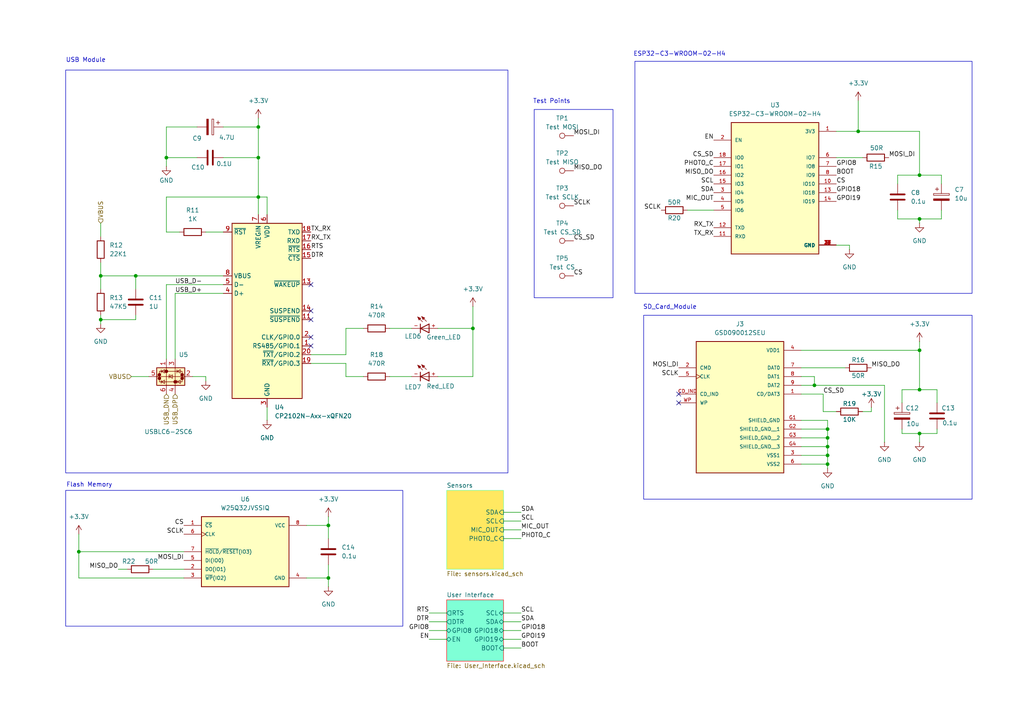
<source format=kicad_sch>
(kicad_sch (version 20231120) (generator "eeschema") (generator_version "8.0")
  (paper "A4")
  (title_block (title "ESP32-C3, USB and Flash Memory"))
  (lib_symbols
    (symbol "Connector:TestPoint" (pin_numbers hide) (pin_names (offset 0.762) hide)
      (property "Reference" "TP" (at 0 6.858 0))
      (property "Value" "TestPoint" (at 0 5.08 0))
      (symbol "TestPoint_0_1"
        (circle (center 0 3.302) (radius 0.762))
      )
      (symbol "TestPoint_1_1"
        (pin passive line (at 0 0 90) (length 2.54) (name "1") (number "1"))
      )
    )
    (symbol "Device:C" (pin_numbers hide) (pin_names (offset 0.254))
      (property "Reference" "C" (at 0.635 2.54 0))
      (property "Value" "C" (at 0.635 -2.54 0))
      (symbol "C_0_1"
        (polyline (pts (xy -2.032 -0.762) (xy 2.032 -0.762)) (stroke (width 0.508)))
        (polyline (pts (xy -2.032 0.762) (xy 2.032 0.762)) (stroke (width 0.508)))
      )
      (symbol "C_1_1"
        (pin passive line (at 0 3.81 270) (length 2.794) (name "~") (number "1"))
        (pin passive line (at 0 -3.81 90) (length 2.794) (name "~") (number "2"))
      )
    )
    (symbol "Device:C_Polarized" (pin_numbers hide) (pin_names (offset 0.254))
      (property "Reference" "C" (at 0.635 2.54 0))
      (property "Value" "C_Polarized" (at 0.635 -2.54 0))
      (symbol "C_Polarized_0_1"
        (rectangle (start -2.286 0.508) (end 2.286 1.016))
        (polyline (pts (xy -1.778 2.286) (xy -0.762 2.286)))
        (polyline (pts (xy -1.27 2.794) (xy -1.27 1.778)))
        (rectangle (start 2.286 -0.508) (end -2.286 -1.016) (fill (type outline)))
      )
      (symbol "C_Polarized_1_1"
        (pin passive line (at 0 3.81 270) (length 2.794) (name "~") (number "1"))
        (pin passive line (at 0 -3.81 90) (length 2.794) (name "~") (number "2"))
      )
    )
    (symbol "Device:R" (pin_numbers hide) (pin_names (offset 0))
      (property "Reference" "R" (at 2.032 0 90))
      (property "Value" "R" (at 0 0 90))
      (symbol "R_0_1"
        (rectangle (start -1.016 -2.54) (end 1.016 2.54) (stroke (width 0.254)))
      )
      (symbol "R_1_1"
        (pin passive line (at 0 3.81 270) (length 1.27) (name "~") (number "1"))
        (pin passive line (at 0 -3.81 90) (length 1.27) (name "~") (number "2"))
      )
    )
    (symbol "ESP32-C3-WROOM-02-H4:ESP32-C3-WROOM-02-H4" (pin_names (offset 1.016))
      (property "Reference" "U" (at -12.7 21.082 0))
      (property "Value" "ESP32-C3-WROOM-02-H4" (at -12.7 -18.542 0))
      (symbol "ESP32-C3-WROOM-02-H4_0_0"
        (rectangle (start -12.7 -17.78) (end 12.7 20.32) (stroke (width 0.254)) (fill (type background)))
        (pin power_in line (at 17.78 17.78 180) (length 5.08) (name "3V3") (number "1"))
        (pin bidirectional line (at 17.78 2.54 180) (length 5.08) (name "IO10") (number "10"))
        (pin bidirectional line (at -17.78 -12.7 0) (length 5.08) (name "RXD") (number "11"))
        (pin bidirectional line (at -17.78 -10.16 0) (length 5.08) (name "TXD") (number "12"))
        (pin bidirectional line (at 17.78 0 180) (length 5.08) (name "IO18") (number "13"))
        (pin bidirectional line (at 17.78 -2.54 180) (length 5.08) (name "IO19") (number "14"))
        (pin bidirectional line (at -17.78 2.54 0) (length 5.08) (name "IO3") (number "15"))
        (pin bidirectional line (at -17.78 5.08 0) (length 5.08) (name "IO2") (number "16"))
        (pin bidirectional line (at -17.78 7.62 0) (length 5.08) (name "IO1") (number "17"))
        (pin bidirectional line (at -17.78 10.16 0) (length 5.08) (name "IO0") (number "18"))
        (pin power_in line (at 17.78 -15.24 180) (length 5.08) (name "GND") (number "19"))
        (pin input line (at -17.78 15.24 0) (length 5.08) (name "EN") (number "2"))
        (pin power_in line (at 17.78 -15.24 180) (length 5.08) (name "GND") (number "20"))
        (pin power_in line (at 17.78 -15.24 180) (length 5.08) (name "GND") (number "21"))
        (pin power_in line (at 17.78 -15.24 180) (length 5.08) (name "GND") (number "22"))
        (pin power_in line (at 17.78 -15.24 180) (length 5.08) (name "GND") (number "23"))
        (pin power_in line (at 17.78 -15.24 180) (length 5.08) (name "GND") (number "24"))
        (pin power_in line (at 17.78 -15.24 180) (length 5.08) (name "GND") (number "25"))
        (pin power_in line (at 17.78 -15.24 180) (length 5.08) (name "GND") (number "26"))
        (pin power_in line (at 17.78 -15.24 180) (length 5.08) (name "GND") (number "27"))
        (pin power_in line (at 17.78 -15.24 180) (length 5.08) (name "GND") (number "28"))
        (pin power_in line (at 17.78 -15.24 180) (length 5.08) (name "GND") (number "29"))
        (pin bidirectional line (at -17.78 0 0) (length 5.08) (name "IO4") (number "3"))
        (pin power_in line (at 17.78 -15.24 180) (length 5.08) (name "GND") (number "30"))
        (pin power_in line (at 17.78 -15.24 180) (length 5.08) (name "GND") (number "31"))
        (pin power_in line (at 17.78 -15.24 180) (length 5.08) (name "GND") (number "32"))
        (pin power_in line (at 17.78 -15.24 180) (length 5.08) (name "GND") (number "33"))
        (pin power_in line (at 17.78 -15.24 180) (length 5.08) (name "GND") (number "34"))
        (pin power_in line (at 17.78 -15.24 180) (length 5.08) (name "GND") (number "35"))
        (pin power_in line (at 17.78 -15.24 180) (length 5.08) (name "GND") (number "36"))
        (pin power_in line (at 17.78 -15.24 180) (length 5.08) (name "GND") (number "37"))
        (pin power_in line (at 17.78 -15.24 180) (length 5.08) (name "GND") (number "38"))
        (pin power_in line (at 17.78 -15.24 180) (length 5.08) (name "GND") (number "39"))
        (pin bidirectional line (at -17.78 -2.54 0) (length 5.08) (name "IO5") (number "4"))
        (pin bidirectional line (at -17.78 -5.08 0) (length 5.08) (name "IO6") (number "5"))
        (pin bidirectional line (at 17.78 10.16 180) (length 5.08) (name "IO7") (number "6"))
        (pin bidirectional line (at 17.78 7.62 180) (length 5.08) (name "IO8") (number "7"))
        (pin bidirectional line (at 17.78 5.08 180) (length 5.08) (name "IO9") (number "8"))
        (pin power_in line (at 17.78 -15.24 180) (length 5.08) (name "GND") (number "9"))
      )
    )
    (symbol "GSD090012SEU:GSD090012SEU" (pin_names (offset 1.016))
      (property "Reference" "J" (at -12.7 16.002 0))
      (property "Value" "GSD090012SEU" (at -12.7 -25.4 0))
      (symbol "GSD090012SEU_0_0"
        (rectangle (start -12.7 -22.86) (end 12.7 15.24) (stroke (width 0.254)) (fill (type background)))
        (pin bidirectional line (at 17.78 0 180) (length 5.08) (name "CD/DAT3") (number "1"))
        (pin bidirectional line (at -17.78 7.62 0) (length 5.08) (name "CMD") (number "2"))
        (pin power_in line (at 17.78 -17.78 180) (length 5.08) (name "VSS1") (number "3"))
        (pin power_in line (at 17.78 12.7 180) (length 5.08) (name "VDD1") (number "4"))
        (pin bidirectional clock (at -17.78 5.08 0) (length 5.08) (name "CLK") (number "5"))
        (pin power_in line (at 17.78 -20.32 180) (length 5.08) (name "VSS2") (number "6"))
        (pin bidirectional line (at 17.78 7.62 180) (length 5.08) (name "DAT0") (number "7"))
        (pin bidirectional line (at 17.78 5.08 180) (length 5.08) (name "DAT1") (number "8"))
        (pin bidirectional line (at 17.78 2.54 180) (length 5.08) (name "DAT2") (number "9"))
        (pin passive line (at -17.78 0 0) (length 5.08) (name "CD_IND") (number "CD_IND"))
        (pin power_in line (at 17.78 -7.62 180) (length 5.08) (name "SHIELD_GND") (number "G1"))
        (pin power_in line (at 17.78 -10.16 180) (length 5.08) (name "SHIELD_GND__1") (number "G2"))
        (pin power_in line (at 17.78 -12.7 180) (length 5.08) (name "SHIELD_GND__2") (number "G3"))
        (pin power_in line (at 17.78 -15.24 180) (length 5.08) (name "SHIELD_GND__3") (number "G4"))
        (pin passive line (at -17.78 -2.54 0) (length 5.08) (name "WP") (number "WP"))
      )
    )
    (symbol "Interface_USB:CP2102N-Axx-xQFN20"
      (property "Reference" "U" (at -8.89 26.67 0))
      (property "Value" "CP2102N-Axx-xQFN20" (at 12.7 26.67 0))
      (symbol "CP2102N-Axx-xQFN20_0_1"
        (rectangle (start -10.16 25.4) (end 10.16 -25.4) (stroke (width 0.254)) (fill (type background)))
      )
      (symbol "CP2102N-Axx-xQFN20_1_1"
        (pin bidirectional line (at 12.7 -10.16 180) (length 2.54) (name "RS485/GPIO.1") (number "1"))
        (pin no_connect line (at -10.16 -22.86 0) (length 2.54) hide (name "NC") (number "10"))
        (pin output line (at 12.7 -2.54 180) (length 2.54) (name "~{SUSPEND}") (number "11"))
        (pin passive line (at 0 -27.94 90) (length 2.54) hide (name "GND") (number "12"))
        (pin input line (at 12.7 7.62 180) (length 2.54) (name "~{WAKEUP}") (number "13"))
        (pin output line (at 12.7 0 180) (length 2.54) (name "SUSPEND") (number "14"))
        (pin input line (at 12.7 15.24 180) (length 2.54) (name "~{CTS}") (number "15"))
        (pin output line (at 12.7 17.78 180) (length 2.54) (name "~{RTS}") (number "16"))
        (pin input line (at 12.7 20.32 180) (length 2.54) (name "RXD") (number "17"))
        (pin output line (at 12.7 22.86 180) (length 2.54) (name "TXD") (number "18"))
        (pin bidirectional line (at 12.7 -15.24 180) (length 2.54) (name "~{RXT}/GPIO.3") (number "19"))
        (pin bidirectional line (at 12.7 -7.62 180) (length 2.54) (name "CLK/GPIO.0") (number "2"))
        (pin bidirectional line (at 12.7 -12.7 180) (length 2.54) (name "~{TXT}/GPIO.2") (number "20"))
        (pin passive line (at 0 -27.94 90) (length 2.54) hide (name "GND") (number "21"))
        (pin power_in line (at 0 -27.94 90) (length 2.54) (name "GND") (number "3"))
        (pin bidirectional line (at -12.7 5.08 0) (length 2.54) (name "D+") (number "4"))
        (pin bidirectional line (at -12.7 7.62 0) (length 2.54) (name "D-") (number "5"))
        (pin power_in line (at 0 27.94 270) (length 2.54) (name "VDD") (number "6"))
        (pin power_in line (at -2.54 27.94 270) (length 2.54) (name "VREGIN") (number "7"))
        (pin input line (at -12.7 10.16 0) (length 2.54) (name "VBUS") (number "8"))
        (pin input line (at -12.7 22.86 0) (length 2.54) (name "~{RST}") (number "9"))
      )
    )
    (symbol "LTST-C170KRKT:LTST-C170KRKT" (pin_names (offset 1.016))
      (property "Reference" "D" (at -2.0343 4.0686 0))
      (property "Value" "LTST-C170KRKT" (at -2.0325 -5.7164 0))
      (symbol "LTST-C170KRKT_0_0"
        (polyline (pts (xy 0 -1.27) (xy 0 0)) (stroke (width 0.254)))
        (polyline (pts (xy 0 0) (xy 0 1.27)) (stroke (width 0.254)))
        (polyline (pts (xy 0 0) (xy 2.54 1.27)) (stroke (width 0.254)))
        (polyline (pts (xy 0.635 1.905) (xy -0.762 3.302)) (stroke (width 0.1524)))
        (polyline (pts (xy 1.778 2.032) (xy 0.381 3.429)) (stroke (width 0.1524)))
        (polyline (pts (xy 2.54 -1.27) (xy 0 0)) (stroke (width 0.254)))
        (polyline (pts (xy 2.54 -1.27) (xy 2.54 0)) (stroke (width 0.254)))
        (polyline (pts (xy 2.54 0) (xy 0 0)) (stroke (width 0.1524)))
        (polyline (pts (xy 2.54 0) (xy 2.54 1.27)) (stroke (width 0.254)))
        (polyline (pts (xy -0.762 3.302) (xy 0.127 2.921) (xy -0.381 2.413) (xy -0.762 3.302)) (stroke (width 0.1524)) (fill (type outline)))
        (polyline (pts (xy 0.381 3.429) (xy 1.27 3.048) (xy 0.762 2.54) (xy 0.381 3.429)) (stroke (width 0.1524)) (fill (type outline)))
        (pin passive line (at 5.08 0 180) (length 2.54) (name "~") (number "+"))
        (pin passive line (at -2.54 0 0) (length 2.54) (name "~") (number "-"))
      )
    )
    (symbol "Power_Protection:USBLC6-2SC6" (pin_names hide)
      (property "Reference" "U" (at 0.635 5.715 0))
      (property "Value" "USBLC6-2SC6" (at 0.635 3.81 0))
      (symbol "USBLC6-2SC6_0_0"
        (circle (center -1.524 0) (radius 0.0001) (stroke (width 0.508)))
        (circle (center -0.508 -4.572) (radius 0.0001) (stroke (width 0.508)))
        (circle (center -0.508 2.032) (radius 0.0001) (stroke (width 0.508)))
        (circle (center 0.508 -4.572) (radius 0.0001) (stroke (width 0.508)))
        (circle (center 0.508 2.032) (radius 0.0001) (stroke (width 0.508)))
        (circle (center 1.524 -2.54) (radius 0.0001) (stroke (width 0.508)))
      )
      (symbol "USBLC6-2SC6_0_1"
        (polyline (pts (xy -2.54 -2.54) (xy 2.54 -2.54)))
        (polyline (pts (xy -2.54 0) (xy 2.54 0)))
        (polyline (pts (xy -2.032 -3.048) (xy -1.016 -3.048)))
        (polyline (pts (xy -1.016 1.524) (xy -2.032 1.524)))
        (polyline (pts (xy 1.016 -3.048) (xy 2.032 -3.048)))
        (polyline (pts (xy 1.016 1.524) (xy 2.032 1.524)))
        (polyline (pts (xy -0.508 -1.143) (xy -0.508 -0.762) (xy 0.508 -0.762)))
        (polyline (pts (xy -2.032 0.508) (xy -1.016 0.508) (xy -1.524 1.524) (xy -2.032 0.508)))
        (polyline (pts (xy -1.016 -4.064) (xy -2.032 -4.064) (xy -1.524 -3.048) (xy -1.016 -4.064)))
        (polyline (pts (xy 0.508 -1.778) (xy -0.508 -1.778) (xy 0 -0.762) (xy 0.508 -1.778)))
        (polyline (pts (xy 2.032 -4.064) (xy 1.016 -4.064) (xy 1.524 -3.048) (xy 2.032 -4.064)))
        (polyline (pts (xy 2.032 0.508) (xy 1.016 0.508) (xy 1.524 1.524) (xy 2.032 0.508)))
        (polyline (pts (xy 0 2.54) (xy -0.508 2.032) (xy 0.508 2.032) (xy 0 1.524) (xy 0 -4.064) (xy -0.508 -4.572) (xy 0.508 -4.572) (xy 0 -5.08)))
      )
      (symbol "USBLC6-2SC6_1_1"
        (rectangle (start -2.54 2.794) (end 2.54 -5.334) (stroke (width 0.254)) (fill (type background)))
        (polyline (pts (xy -0.508 2.032) (xy -1.524 2.032) (xy -1.524 -4.572) (xy -0.508 -4.572)))
        (polyline (pts (xy 0.508 -4.572) (xy 1.524 -4.572) (xy 1.524 2.032) (xy 0.508 2.032)))
        (pin passive line (at -5.08 0 0) (length 2.54) (name "I/O1") (number "1"))
        (pin passive line (at 0 -7.62 90) (length 2.54) (name "GND") (number "2"))
        (pin passive line (at -5.08 -2.54 0) (length 2.54) (name "I/O2") (number "3"))
        (pin passive line (at 5.08 -2.54 180) (length 2.54) (name "I/O2") (number "4"))
        (pin passive line (at 0 5.08 270) (length 2.54) (name "VBUS") (number "5"))
        (pin passive line (at 5.08 0 180) (length 2.54) (name "I/O1") (number "6"))
      )
    )
    (symbol "W25Q32JVSSIQ:W25Q32JVSSIQ" (pin_names (offset 1.016))
      (property "Reference" "U" (at -12.4723 10.945 0))
      (property "Value" "W25Q32JVSSIQ" (at -12.4744 -12.2198 0))
      (symbol "W25Q32JVSSIQ_0_0"
        (rectangle (start -12.7 -10.16) (end 12.7 10.16) (stroke (width 0.254)) (fill (type background)))
        (pin input line (at -17.78 7.62 0) (length 5.08) (name "~{CS}") (number "1"))
        (pin bidirectional line (at -17.78 -5.08 0) (length 5.08) (name "DO(IO1)") (number "2"))
        (pin bidirectional line (at -17.78 -7.62 0) (length 5.08) (name "~{WP}(IO2)") (number "3"))
        (pin power_in line (at 17.78 -7.62 180) (length 5.08) (name "GND") (number "4"))
        (pin bidirectional line (at -17.78 -2.54 0) (length 5.08) (name "DI(IO0)") (number "5"))
        (pin input clock (at -17.78 5.08 0) (length 5.08) (name "CLK") (number "6"))
        (pin bidirectional line (at -17.78 0 0) (length 5.08) (name "~{HOLD}/~{RESET}(IO3)") (number "7"))
        (pin power_in line (at 17.78 7.62 180) (length 5.08) (name "VCC") (number "8"))
      )
    )
    (symbol "power:+3.3V" (power) (pin_numbers hide) (pin_names (offset 0) hide)
      (property "Value" "+3.3V" (at 0 3.556 0))
      (symbol "+3.3V_0_1"
        (polyline (pts (xy -0.762 1.27) (xy 0 2.54)))
        (polyline (pts (xy 0 0) (xy 0 2.54)))
        (polyline (pts (xy 0 2.54) (xy 0.762 1.27)))
      )
      (symbol "+3.3V_1_1"
        (pin power_in line (at 0 0 90) (length 0) (name "~") (number "1"))
      )
    )
    (symbol "power:GND" (power) (pin_numbers hide) (pin_names (offset 0) hide)
      (property "Value" "GND" (at 0 -3.81 0))
      (symbol "GND_0_1"
        (polyline (pts (xy 0 0) (xy 0 -1.27) (xy 1.27 -1.27) (xy 0 -2.54) (xy -1.27 -1.27) (xy 0 -1.27)))
      )
      (symbol "GND_1_1"
        (pin power_in line (at 0 0 270) (length 0) (name "~") (number "1"))
      )
    )
  )
  (junction (at 74.93 45.72))
  (junction (at 74.93 36.83))
  (junction (at 137.16 95.25))
  (junction (at 266.7 125.73))
  (junction (at 95.25 152.4))
  (junction (at 240.03 134.62))
  (junction (at 240.03 129.54))
  (junction (at 266.7 63.5))
  (junction (at 95.25 167.64))
  (junction (at 29.21 92.71))
  (junction (at 29.21 80.01))
  (junction (at 240.03 124.46))
  (junction (at 248.92 38.1))
  (junction (at 48.26 45.72))
  (junction (at 266.7 101.6))
  (junction (at 266.7 113.03))
  (junction (at 22.86 160.02))
  (junction (at 266.7 50.8))
  (junction (at 236.22 111.76))
  (junction (at 74.93 57.15))
  (junction (at 240.03 132.08))
  (junction (at 39.37 80.01))
  (junction (at 240.03 127))
  (no_connect (at 90.17 92.71))
  (no_connect (at 90.17 90.17))
  (no_connect (at 196.85 116.84))
  (no_connect (at 90.17 82.55))
  (no_connect (at 196.85 114.3))
  (no_connect (at 90.17 97.79))
  (no_connect (at 90.17 100.33))
  (wire (pts (xy 39.37 80.01) (xy 39.37 83.82)))
  (wire (pts (xy 236.22 109.22) (xy 236.22 111.76)))
  (wire (pts (xy 273.05 63.5) (xy 273.05 60.96)))
  (wire (pts (xy 242.57 71.12) (xy 246.38 71.12)))
  (wire (pts (xy 77.47 118.11) (xy 77.47 121.92)))
  (wire (pts (xy 266.7 64.77) (xy 266.7 63.5)))
  (wire (pts (xy 39.37 80.01) (xy 64.77 80.01)))
  (wire (pts (xy 29.21 91.44) (xy 29.21 92.71)))
  (wire (pts (xy 240.03 121.92) (xy 240.03 124.46)))
  (wire (pts (xy 146.05 153.67) (xy 151.13 153.67)))
  (wire (pts (xy 236.22 111.76) (xy 256.54 111.76)))
  (wire (pts (xy 260.35 50.8) (xy 266.7 50.8)))
  (wire (pts (xy 113.03 95.25) (xy 119.38 95.25)))
  (wire (pts (xy 261.62 124.46) (xy 261.62 125.73)))
  (wire (pts (xy 88.9 167.64) (xy 95.25 167.64)))
  (wire (pts (xy 256.54 111.76) (xy 256.54 128.27)))
  (wire (pts (xy 261.62 113.03) (xy 261.62 116.84)))
  (wire (pts (xy 146.05 156.21) (xy 151.13 156.21)))
  (wire (pts (xy 64.77 36.83) (xy 74.93 36.83)))
  (wire (pts (xy 48.26 67.31) (xy 48.26 57.15)))
  (wire (pts (xy 48.26 36.83) (xy 48.26 45.72)))
  (wire (pts (xy 48.26 45.72) (xy 48.26 48.26)))
  (wire (pts (xy 248.92 29.21) (xy 248.92 38.1)))
  (wire (pts (xy 127 95.25) (xy 137.16 95.25)))
  (wire (pts (xy 100.33 105.41) (xy 100.33 109.22)))
  (wire (pts (xy 232.41 111.76) (xy 236.22 111.76)))
  (wire (pts (xy 124.46 177.8) (xy 129.54 177.8)))
  (wire (pts (xy 74.93 45.72) (xy 74.93 57.15)))
  (wire (pts (xy 48.26 82.55) (xy 64.77 82.55)))
  (wire (pts (xy 90.17 102.87) (xy 100.33 102.87)))
  (wire (pts (xy 100.33 95.25) (xy 105.41 95.25)))
  (wire (pts (xy 232.41 132.08) (xy 240.03 132.08)))
  (wire (pts (xy 29.21 80.01) (xy 29.21 76.2)))
  (wire (pts (xy 232.41 106.68) (xy 245.11 106.68)))
  (wire (pts (xy 95.25 152.4) (xy 95.25 156.21)))
  (wire (pts (xy 74.93 57.15) (xy 74.93 62.23)))
  (wire (pts (xy 90.17 105.41) (xy 100.33 105.41)))
  (wire (pts (xy 95.25 167.64) (xy 95.25 170.18)))
  (wire (pts (xy 44.45 165.1) (xy 53.34 165.1)))
  (wire (pts (xy 22.86 167.64) (xy 53.34 167.64)))
  (wire (pts (xy 240.03 134.62) (xy 240.03 135.89)))
  (wire (pts (xy 146.05 187.96) (xy 151.13 187.96)))
  (wire (pts (xy 95.25 149.86) (xy 95.25 152.4)))
  (wire (pts (xy 22.86 154.94) (xy 22.86 160.02)))
  (wire (pts (xy 266.7 38.1) (xy 266.7 50.8)))
  (wire (pts (xy 39.37 91.44) (xy 39.37 92.71)))
  (wire (pts (xy 29.21 64.77) (xy 29.21 68.58)))
  (wire (pts (xy 266.7 63.5) (xy 273.05 63.5)))
  (wire (pts (xy 271.78 113.03) (xy 266.7 113.03)))
  (wire (pts (xy 100.33 102.87) (xy 100.33 95.25)))
  (wire (pts (xy 137.16 88.9) (xy 137.16 95.25)))
  (wire (pts (xy 146.05 177.8) (xy 151.13 177.8)))
  (wire (pts (xy 64.77 85.09) (xy 50.8 85.09)))
  (wire (pts (xy 266.7 101.6) (xy 266.7 113.03)))
  (wire (pts (xy 59.69 67.31) (xy 64.77 67.31)))
  (wire (pts (xy 271.78 116.84) (xy 271.78 113.03)))
  (wire (pts (xy 77.47 62.23) (xy 77.47 57.15)))
  (wire (pts (xy 266.7 128.27) (xy 266.7 125.73)))
  (wire (pts (xy 124.46 180.34) (xy 129.54 180.34)))
  (wire (pts (xy 260.35 60.96) (xy 260.35 63.5)))
  (wire (pts (xy 52.07 67.31) (xy 48.26 67.31)))
  (wire (pts (xy 146.05 180.34) (xy 151.13 180.34)))
  (wire (pts (xy 146.05 151.13) (xy 151.13 151.13)))
  (wire (pts (xy 95.25 163.83) (xy 95.25 167.64)))
  (wire (pts (xy 232.41 121.92) (xy 240.03 121.92)))
  (wire (pts (xy 74.93 36.83) (xy 74.93 45.72)))
  (wire (pts (xy 39.37 80.01) (xy 29.21 80.01)))
  (wire (pts (xy 199.39 60.96) (xy 207.01 60.96)))
  (wire (pts (xy 57.15 36.83) (xy 48.26 36.83)))
  (wire (pts (xy 64.77 45.72) (xy 74.93 45.72)))
  (wire (pts (xy 271.78 125.73) (xy 266.7 125.73)))
  (wire (pts (xy 232.41 101.6) (xy 266.7 101.6)))
  (wire (pts (xy 232.41 124.46) (xy 240.03 124.46)))
  (wire (pts (xy 260.35 53.34) (xy 260.35 50.8)))
  (wire (pts (xy 48.26 57.15) (xy 74.93 57.15)))
  (wire (pts (xy 252.73 119.38) (xy 252.73 118.11)))
  (wire (pts (xy 242.57 38.1) (xy 248.92 38.1)))
  (wire (pts (xy 260.35 63.5) (xy 266.7 63.5)))
  (wire (pts (xy 29.21 92.71) (xy 29.21 93.98)))
  (wire (pts (xy 266.7 113.03) (xy 261.62 113.03)))
  (wire (pts (xy 48.26 45.72) (xy 57.15 45.72)))
  (wire (pts (xy 127 109.22) (xy 137.16 109.22)))
  (wire (pts (xy 232.41 127) (xy 240.03 127)))
  (wire (pts (xy 59.69 109.22) (xy 59.69 110.49)))
  (wire (pts (xy 124.46 185.42) (xy 129.54 185.42)))
  (wire (pts (xy 261.62 125.73) (xy 266.7 125.73)))
  (wire (pts (xy 88.9 152.4) (xy 95.25 152.4)))
  (wire (pts (xy 48.26 104.14) (xy 48.26 82.55)))
  (wire (pts (xy 146.05 182.88) (xy 151.13 182.88)))
  (wire (pts (xy 238.76 114.3) (xy 238.76 119.38)))
  (wire (pts (xy 266.7 99.06) (xy 266.7 101.6)))
  (wire (pts (xy 22.86 160.02) (xy 53.34 160.02)))
  (wire (pts (xy 113.03 109.22) (xy 119.38 109.22)))
  (wire (pts (xy 240.03 127) (xy 240.03 129.54)))
  (wire (pts (xy 124.46 182.88) (xy 129.54 182.88)))
  (wire (pts (xy 232.41 114.3) (xy 238.76 114.3)))
  (wire (pts (xy 55.88 109.22) (xy 59.69 109.22)))
  (wire (pts (xy 29.21 80.01) (xy 29.21 83.82)))
  (wire (pts (xy 22.86 160.02) (xy 22.86 167.64)))
  (wire (pts (xy 146.05 185.42) (xy 151.13 185.42)))
  (wire (pts (xy 77.47 57.15) (xy 74.93 57.15)))
  (wire (pts (xy 240.03 129.54) (xy 240.03 132.08)))
  (wire (pts (xy 38.1 109.22) (xy 43.18 109.22)))
  (wire (pts (xy 240.03 124.46) (xy 240.03 127)))
  (wire (pts (xy 232.41 109.22) (xy 236.22 109.22)))
  (wire (pts (xy 271.78 124.46) (xy 271.78 125.73)))
  (wire (pts (xy 246.38 71.12) (xy 246.38 72.39)))
  (wire (pts (xy 100.33 109.22) (xy 105.41 109.22)))
  (wire (pts (xy 137.16 95.25) (xy 137.16 109.22)))
  (wire (pts (xy 50.8 85.09) (xy 50.8 104.14)))
  (wire (pts (xy 250.19 119.38) (xy 252.73 119.38)))
  (wire (pts (xy 240.03 132.08) (xy 240.03 134.62)))
  (wire (pts (xy 266.7 50.8) (xy 273.05 50.8)))
  (wire (pts (xy 39.37 92.71) (xy 29.21 92.71)))
  (wire (pts (xy 238.76 119.38) (xy 242.57 119.38)))
  (wire (pts (xy 146.05 148.59) (xy 151.13 148.59)))
  (wire (pts (xy 273.05 50.8) (xy 273.05 53.34)))
  (wire (pts (xy 242.57 45.72) (xy 250.19 45.72)))
  (wire (pts (xy 232.41 129.54) (xy 240.03 129.54)))
  (wire (pts (xy 74.93 34.29) (xy 74.93 36.83)))
  (wire (pts (xy 34.29 165.1) (xy 36.83 165.1)))
  (wire (pts (xy 232.41 134.62) (xy 240.03 134.62)))
  (wire (pts (xy 248.92 38.1) (xy 266.7 38.1)))
  (rectangle (start 186.69 91.44) (end 281.94 144.78))
  (rectangle (start 19.05 142.24) (end 116.84 181.61))
  (rectangle (start 184.15 17.78) (end 281.94 85.09))
  (rectangle (start 19.05 20.32) (end 147.32 137.16))
  (rectangle (start 154.94 31.75) (end 177.8 86.36))
  (text "Test Points\n" (at 160.02 29.464 0) (effects (font (size 1.27 1.27))))
  (text "USB Module\n" (at 24.892 17.526 0) (effects (font (size 1.27 1.27))))
  (text "Flash Memory\n" (at 25.908 140.716 0) (effects (font (size 1.27 1.27))))
  (text "ESP32-C3-WROOM-02-H4\n" (at 197.104 15.748 0) (effects (font (size 1.27 1.27))))
  (text "SD_Card_Module" (at 194.31 89.154 0) (effects (font (size 1.27 1.27))))
  (label "EN" (at 207.01 40.64 180))
  (label "MISO_DO" (at 34.29 165.1 180))
  (label "RTS" (at 90.17 72.39 0))
  (label "GPOI19" (at 242.57 58.42 0))
  (label "SCL" (at 151.13 151.13 0))
  (label "GPIO18" (at 242.57 55.88 0))
  (label "USB_D-" (at 50.8 82.55 0))
  (label "SCL" (at 207.01 53.34 180))
  (label "RTS" (at 124.46 177.8 180))
  (label "USB_D+" (at 50.8 85.09 0))
  (label "MISO_DO" (at 166.37 49.53 0))
  (label "GPIO8" (at 242.57 48.26 0))
  (label "PHOTO_C" (at 207.01 48.26 180))
  (label "MISO_DO" (at 207.01 50.8 180))
  (label "DTR" (at 124.46 180.34 180))
  (label "GPOI19" (at 151.13 185.42 0))
  (label "SCLK" (at 196.85 109.22 180))
  (label "RX_TX" (at 90.17 69.85 0))
  (label "MISO_DO" (at 252.73 106.68 0))
  (label "DTR" (at 90.17 74.93 0))
  (label "GPIO18" (at 151.13 182.88 0))
  (label "GPIO8" (at 124.46 182.88 180))
  (label "PHOTO_C" (at 151.13 156.21 0))
  (label "RX_TX" (at 207.01 66.04 180))
  (label "SCLK" (at 166.37 59.69 0))
  (label "MIC_OUT" (at 207.01 58.42 180))
  (label "CS_SD" (at 207.01 45.72 180))
  (label "TX_RX" (at 207.01 68.58 180))
  (label "CS" (at 166.37 80.01 0))
  (label "SCLK" (at 53.34 154.94 180))
  (label "CS_SD" (at 238.76 114.3 0))
  (label "SDA" (at 207.01 55.88 180))
  (label "MOSI_DI" (at 53.34 162.56 180))
  (label "MOSI_DI" (at 196.85 106.68 180))
  (label "CS" (at 242.57 53.34 0))
  (label "SDA" (at 151.13 148.59 0))
  (label "SCLK" (at 191.77 60.96 180))
  (label "TX_RX" (at 90.17 67.31 0))
  (label "BOOT" (at 151.13 187.96 0))
  (label "CS_SD" (at 166.37 69.85 0))
  (label "SCL" (at 151.13 177.8 0))
  (label "CS" (at 53.34 152.4 180))
  (label "MIC_OUT" (at 151.13 153.67 0))
  (label "MOSI_DI" (at 166.37 39.37 0))
  (label "EN" (at 124.46 185.42 180))
  (label "SDA" (at 151.13 180.34 0))
  (label "MOSI_DI" (at 257.81 45.72 0))
  (label "BOOT" (at 242.57 50.8 0))
  (hierarchical_label "USB_DP" (shape input) (at 50.8 114.3 270))
  (hierarchical_label "VBUS" (shape input) (at 38.1 109.22 180))
  (hierarchical_label "VBUS" (shape input) (at 29.21 64.77 90))
  (hierarchical_label "USB_DN" (shape input) (at 48.26 114.3 270))
  (symbol (lib_id "power:+3.3V") (at 74.93 34.29 0) (unit 1)
    (property "Reference" "#PWR23" (effects (hide yes)))
    (property "Value" "+3.3V" (at 74.93 29.21 0))
    (property "Description" "Power symbol creates a global label with name \"+3.3V\"" (effects (hide yes)))
  )
  (symbol (lib_id "Device:C") (at 95.25 160.02 0) (unit 1)
    (property "Reference" "C14" (at 99.06 158.7499 0) (effects (justify left)))
    (property "Value" "0.1u" (at 99.06 161.2899 0) (effects (justify left)))
    (property "Footprint" "Capacitor_SMD:C_0805_2012Metric" (effects (hide yes)))
    (property "Description" "Unpolarized capacitor" (effects (hide yes)))
  )
  (symbol (lib_id "Device:R") (at 248.92 106.68 90) (unit 1)
    (property "Reference" "R16" (at 248.92 104.394 90))
    (property "Value" "50R" (at 248.92 108.966 90))
    (property "Footprint" "Resistor_SMD:R_0805_2012Metric" (effects (hide yes)))
    (property "Description" "Resistor" (effects (hide yes)))
  )
  (symbol (lib_id "Device:R") (at 29.21 72.39 0) (unit 1)
    (property "Reference" "R12" (at 31.75 71.1199 0) (effects (justify left)))
    (property "Value" "22K1" (at 31.75 73.6599 0) (effects (justify left)))
    (property "Footprint" "Resistor_SMD:R_0805_2012Metric" (effects (hide yes)))
    (property "Description" "Resistor" (effects (hide yes)))
  )
  (symbol (lib_id "power:+3.3V") (at 266.7 99.06 0) (unit 1)
    (property "Reference" "#PWR56" (effects (hide yes)))
    (property "Value" "+3.3V" (at 266.7 93.98 0))
    (property "Description" "Power symbol creates a global label with name \"+3.3V\"" (effects (hide yes)))
  )
  (symbol (lib_id "Device:R") (at 55.88 67.31 90) (unit 1)
    (property "Reference" "R11" (at 55.88 60.96 90))
    (property "Value" "1K" (at 55.88 63.5 90))
    (property "Footprint" "Resistor_SMD:R_0805_2012Metric" (effects (hide yes)))
    (property "Description" "Resistor" (effects (hide yes)))
  )
  (symbol (lib_id "Device:R") (at 109.22 95.25 90) (unit 1)
    (property "Reference" "R14" (at 109.22 88.9 90))
    (property "Value" "470R" (at 109.22 91.44 90))
    (property "Footprint" "Resistor_SMD:R_0805_2012Metric" (effects (hide yes)))
    (property "Description" "Resistor" (effects (hide yes)))
  )
  (symbol (lib_id "power:+3.3V") (at 252.73 118.11 0) (unit 1)
    (property "Reference" "#PWR29" (effects (hide yes)))
    (property "Value" "+3.3V" (at 252.73 114.3 0))
    (property "Description" "Power symbol creates a global label with name \"+3.3V\"" (effects (hide yes)))
  )
  (symbol (lib_id "Device:C_Polarized") (at 273.05 57.15 0) (unit 1)
    (property "Reference" "C7" (at 276.86 54.9909 0) (effects (justify left)))
    (property "Value" "10u" (at 276.86 57.5309 0) (effects (justify left)))
    (property "Footprint" "T491A104K035AT:CAPC3216X110N" (effects (hide yes)))
    (property "Description" "Polarized capacitor" (effects (hide yes)))
  )
  (symbol (lib_id "Device:R") (at 254 45.72 90) (unit 1)
    (property "Reference" "R15" (at 254 48.26 90))
    (property "Value" "50R" (at 254.254 42.926 90))
    (property "Footprint" "Resistor_SMD:R_0805_2012Metric" (effects (hide yes)))
    (property "Description" "Resistor" (effects (hide yes)))
  )
  (symbol (lib_id "Device:C_Polarized") (at 261.62 120.65 0) (unit 1)
    (property "Reference" "C12" (at 262.636 118.364 0) (effects (justify left)))
    (property "Value" "10u" (at 262.89 122.936 0) (effects (justify left)))
    (property "Footprint" "Capacitor_SMD:C_0805_2012Metric" (effects (hide yes)))
    (property "Description" "Polarized capacitor" (effects (hide yes)))
  )
  (symbol (lib_id "W25Q32JVSSIQ:W25Q32JVSSIQ") (at 71.12 160.02 0) (unit 1)
    (property "Reference" "U6" (at 71.12 144.78 0))
    (property "Value" "W25Q32JVSSIQ" (at 71.12 147.32 0))
    (property "Footprint" "W25Q32JVSSIQ:SOIC127P790X216-8N" (effects (hide yes)))
    (property "MF" "Winbond" (effects (hide yes)))
    (property "Description_1" "\n                        \n                            FLASH - NOR Memory IC 32Mb (4M x 8) SPI - Quad I/O 133 MHz 8-SOIC\n                        \n" (effects (hide yes)))
    (property "Package" "SOIC-8 Winbond" (effects (hide yes)))
    (property "Price" "None" (effects (hide yes)))
    (property "SnapEDA_Link" "https://www.snapeda.com/parts/W25Q32JVSSIQ/Winbond/view-part/?ref=snap" (effects (hide yes)))
    (property "MP" "W25Q32JVSSIQ" (effects (hide yes)))
    (property "M_PART_NUMBER" "W25QXX" (effects (hide yes)))
    (property "Availability" "In Stock" (effects (hide yes)))
    (property "Check_prices" "https://www.snapeda.com/parts/W25Q32JVSSIQ/Winbond/view-part/?ref=eda" (effects (hide yes)))
  )
  (symbol (lib_id "Connector:TestPoint") (at 166.37 59.69 90) (unit 1)
    (property "Reference" "TP3" (at 163.068 54.61 90))
    (property "Value" "Test SCLK" (at 163.068 57.15 90))
    (property "Footprint" "TestPoint:TestPoint_Pad_D1.0mm" (effects (hide yes)))
    (property "Description" "test point" (effects (hide yes)))
  )
  (symbol (lib_id "Device:C_Polarized") (at 60.96 36.83 270) (unit 1)
    (property "Reference" "C9" (at 57.15 40.132 90))
    (property "Value" "4.7U" (at 65.786 39.878 90))
    (property "Footprint" "T491A104K035AT:CAPC3216X110N" (effects (hide yes)))
    (property "Description" "Polarized capacitor" (effects (hide yes)))
  )
  (symbol (lib_id "Device:C") (at 260.35 57.15 0) (unit 1)
    (property "Reference" "C8" (at 264.16 55.8799 0) (effects (justify left)))
    (property "Value" "0.1u" (at 264.16 58.4199 0) (effects (justify left)))
    (property "Footprint" "Capacitor_SMD:C_0805_2012Metric" (effects (hide yes)))
    (property "Description" "Unpolarized capacitor" (effects (hide yes)))
  )
  (symbol (lib_id "Device:R") (at 109.22 109.22 90) (unit 1)
    (property "Reference" "R18" (at 109.22 102.87 90))
    (property "Value" "470R" (at 109.22 105.41 90))
    (property "Footprint" "Resistor_SMD:R_0805_2012Metric" (effects (hide yes)))
    (property "Description" "Resistor" (effects (hide yes)))
  )
  (symbol (lib_id "LTST-C170KRKT:LTST-C170KRKT") (at 121.92 95.25 0) (unit 1)
    (property "Reference" "LED6" (at 117.348 97.536 0) (effects (justify left)))
    (property "Value" "Green_LED" (at 123.698 97.79 0) (effects (justify left)))
    (property "Footprint" "LTST-C170KRKT:DIOC200X125X110" (effects (hide yes)))
    (property "MF" "Lite-On Inc." (effects (hide yes)))
    (property "Description_1" "\n                        \n                            Red 631nm LED Indication - Discrete 2V 0805 (2012 Metric)\n                        \n" (effects (hide yes)))
    (property "Package" "0805 Lite-On" (effects (hide yes)))
    (property "Price" "None" (effects (hide yes)))
    (property "Check_prices" "https://www.snapeda.com/parts/LTST-C170KRKT/Lite-On/view-part/?ref=eda" (effects (hide yes)))
    (property "SnapEDA_Link" "https://www.snapeda.com/parts/LTST-C170KRKT/Lite-On/view-part/?ref=snap" (effects (hide yes)))
    (property "MP" "LTST-C170KRKT" (effects (hide yes)))
    (property "Availability" "In Stock" (effects (hide yes)))
    (property "MANUFACTURER" "LiteOn" (effects (hide yes)))
  )
  (symbol (lib_id "power:GND") (at 95.25 170.18 0) (unit 1)
    (property "Reference" "#PWR34" (effects (hide yes)))
    (property "Value" "GND" (at 95.25 175.26 0))
    (property "Description" "Power symbol creates a global label with name \"GND\" , ground" (effects (hide yes)))
  )
  (symbol (lib_id "power:+3.3V") (at 248.92 29.21 0) (unit 1)
    (property "Reference" "#PWR27" (effects (hide yes)))
    (property "Value" "+3.3V" (at 248.92 24.13 0))
    (property "Description" "Power symbol creates a global label with name \"+3.3V\"" (effects (hide yes)))
  )
  (symbol (lib_id "power:GND") (at 48.26 48.26 0) (unit 1)
    (property "Reference" "#PWR22" (effects (hide yes)))
    (property "Value" "GND" (at 48.26 52.324 0))
    (property "Description" "Power symbol creates a global label with name \"GND\" , ground" (effects (hide yes)))
  )
  (symbol (lib_id "power:GND") (at 256.54 128.27 0) (unit 1)
    (property "Reference" "#PWR30" (effects (hide yes)))
    (property "Value" "GND" (at 256.54 133.35 0))
    (property "Description" "Power symbol creates a global label with name \"GND\" , ground" (effects (hide yes)))
  )
  (symbol (lib_id "Device:C") (at 271.78 120.65 0) (unit 1)
    (property "Reference" "C13" (at 273.05 118.364 0) (effects (justify left)))
    (property "Value" "0.1u" (at 273.304 122.682 0) (effects (justify left)))
    (property "Footprint" "Capacitor_SMD:C_0805_2012Metric" (effects (hide yes)))
    (property "Description" "Unpolarized capacitor" (effects (hide yes)))
  )
  (symbol (lib_id "Connector:TestPoint") (at 166.37 69.85 90) (unit 1)
    (property "Reference" "TP4" (at 163.068 64.77 90))
    (property "Value" "Test CS_SD" (at 163.068 67.31 90))
    (property "Footprint" "TestPoint:TestPoint_Pad_D1.0mm" (effects (hide yes)))
    (property "Description" "test point" (effects (hide yes)))
  )
  (symbol (lib_id "power:GND") (at 240.03 135.89 0) (unit 1)
    (property "Reference" "#PWR31" (effects (hide yes)))
    (property "Value" "GND" (at 240.03 140.97 0))
    (property "Description" "Power symbol creates a global label with name \"GND\" , ground" (effects (hide yes)))
  )
  (symbol (lib_id "Device:R") (at 29.21 87.63 0) (unit 1)
    (property "Reference" "R13" (at 31.75 86.3599 0) (effects (justify left)))
    (property "Value" "47K5" (at 31.75 88.8999 0) (effects (justify left)))
    (property "Footprint" "Resistor_SMD:R_0805_2012Metric" (effects (hide yes)))
    (property "Description" "Resistor" (effects (hide yes)))
  )
  (symbol (lib_id "Device:R") (at 40.64 165.1 90) (unit 1)
    (property "Reference" "R22" (at 37.338 162.814 90))
    (property "Value" "50R" (at 43.942 162.814 90))
    (property "Footprint" "Resistor_SMD:R_0805_2012Metric" (effects (hide yes)))
    (property "Description" "Resistor" (effects (hide yes)))
  )
  (symbol (lib_id "power:GND") (at 266.7 64.77 0) (unit 1)
    (property "Reference" "#PWR28" (effects (hide yes)))
    (property "Value" "GND" (at 266.7 69.85 0))
    (property "Description" "Power symbol creates a global label with name \"GND\" , ground" (effects (hide yes)))
  )
  (symbol (lib_id "Connector:TestPoint") (at 166.37 80.01 90) (unit 1)
    (property "Reference" "TP5" (at 163.068 74.93 90))
    (property "Value" "Test CS" (at 163.068 77.47 90))
    (property "Footprint" "TestPoint:TestPoint_Pad_D1.0mm" (effects (hide yes)))
    (property "Description" "test point" (effects (hide yes)))
  )
  (symbol (lib_id "GSD090012SEU:GSD090012SEU") (at 214.63 114.3 0) (unit 1)
    (property "Reference" "J3" (at 214.63 93.98 0))
    (property "Value" "GSD090012SEU" (at 214.63 96.52 0))
    (property "Footprint" "GSD090012SEU:AMPHENOL_GSD090012SEU" (effects (hide yes)))
    (property "PARTREV" "E" (effects (hide yes)))
    (property "STANDARD" "Manufacturer Recommendations" (effects (hide yes)))
    (property "MAXIMUM_PACKAGE_HEIGHT" "2.95mm" (effects (hide yes)))
    (property "MANUFACTURER" "Amphenol" (effects (hide yes)))
  )
  (symbol (lib_id "LTST-C170KRKT:LTST-C170KRKT") (at 121.92 109.22 0) (unit 1)
    (property "Reference" "LED7" (at 117.348 112.268 0) (effects (justify left)))
    (property "Value" "Red_LED" (at 123.698 112.014 0) (effects (justify left)))
    (property "Footprint" "LTST-C170KRKT:DIOC200X125X110" (effects (hide yes)))
    (property "MF" "Lite-On Inc." (effects (hide yes)))
    (property "Description_1" "\n                        \n                            Red 631nm LED Indication - Discrete 2V 0805 (2012 Metric)\n                        \n" (effects (hide yes)))
    (property "Package" "0805 Lite-On" (effects (hide yes)))
    (property "Price" "None" (effects (hide yes)))
    (property "Check_prices" "https://www.snapeda.com/parts/LTST-C170KRKT/Lite-On/view-part/?ref=eda" (effects (hide yes)))
    (property "SnapEDA_Link" "https://www.snapeda.com/parts/LTST-C170KRKT/Lite-On/view-part/?ref=snap" (effects (hide yes)))
    (property "MP" "LTST-C170KRKT" (effects (hide yes)))
    (property "Availability" "In Stock" (effects (hide yes)))
    (property "MANUFACTURER" "LiteOn" (effects (hide yes)))
  )
  (symbol (lib_id "power:+3.3V") (at 22.86 154.94 0) (unit 1)
    (property "Reference" "#PWR33" (effects (hide yes)))
    (property "Value" "+3.3V" (at 22.86 149.86 0))
    (property "Description" "Power symbol creates a global label with name \"+3.3V\"" (effects (hide yes)))
  )
  (symbol (lib_id "Connector:TestPoint") (at 166.37 39.37 90) (unit 1)
    (property "Reference" "TP1" (at 163.068 34.29 90))
    (property "Value" "Test MOSI" (at 163.068 36.83 90))
    (property "Footprint" "TestPoint:TestPoint_Pad_D1.0mm" (effects (hide yes)))
    (property "Description" "test point" (effects (hide yes)))
  )
  (symbol (lib_id "power:GND") (at 29.21 93.98 0) (unit 1)
    (property "Reference" "#PWR21" (effects (hide yes)))
    (property "Value" "GND" (at 29.21 99.06 0))
    (property "Description" "Power symbol creates a global label with name \"GND\" , ground" (effects (hide yes)))
  )
  (symbol (lib_id "ESP32-C3-WROOM-02-H4:ESP32-C3-WROOM-02-H4") (at 224.79 55.88 0) (unit 1)
    (property "Reference" "U3" (at 224.79 30.48 0))
    (property "Value" "ESP32-C3-WROOM-02-H4" (at 224.79 33.02 0))
    (property "Footprint" "ESP32-C3-WROOM-02-H4:MODULE_ESP32-C3-WROOM-02-H4" (effects (hide yes)))
    (property "MF" "Espressif Systems" (effects (hide yes)))
    (property "Description_1" "\n                        \n                            WiFi Modules (802.11) (Engineering Samples) SMD module, ESP32-C3, 4MB SPI flash, PCB antenna, -40 C +105 C\n                        \n" (effects (hide yes)))
    (property "Package" "Package" (effects (hide yes)))
    (property "Price" "None" (effects (hide yes)))
    (property "Check_prices" "https://www.snapeda.com/parts/ESP32-C3-WROOM-02-H4/Espressif+Systems/view-part/?ref=eda" (effects (hide yes)))
    (property "SnapEDA_Link" "https://www.snapeda.com/parts/ESP32-C3-WROOM-02-H4/Espressif+Systems/view-part/?ref=snap" (effects (hide yes)))
    (property "MP" "ESP32-C3-WROOM-02-H4" (effects (hide yes)))
    (property "Availability" "In Stock" (effects (hide yes)))
    (property "Purchase-URL" "https://pricing.snapeda.com/search/part/ESP32-C3-WROOM-02-H4/?ref=eda" (effects (hide yes)))
  )
  (symbol (lib_id "power:+3.3V") (at 95.25 149.86 0) (unit 1)
    (property "Reference" "#PWR35" (effects (hide yes)))
    (property "Value" "+3.3V" (at 95.25 144.78 0))
    (property "Description" "Power symbol creates a global label with name \"+3.3V\"" (effects (hide yes)))
  )
  (symbol (lib_id "power:GND") (at 266.7 128.27 0) (unit 1)
    (property "Reference" "#PWR32" (effects (hide yes)))
    (property "Value" "GND" (at 266.7 133.35 0))
    (property "Description" "Power symbol creates a global label with name \"GND\" , ground" (effects (hide yes)))
  )
  (symbol (lib_id "Power_Protection:USBLC6-2SC6") (at 48.26 109.22 90) (mirror x) (unit 1)
    (property "Reference" "U5" (at 54.61 102.87 90) (effects (justify left)))
    (property "Value" "USBLC6-2SC6" (at 55.88 125.222 90) (effects (justify left)))
    (property "Footprint" "Package_TO_SOT_SMD:SOT-23-6" (effects (hide yes)))
    (property "Datasheet" "https://www.st.com/resource/en/datasheet/usblc6-2.pdf" (effects (hide yes)))
    (property "Description" "Very low capacitance ESD protection diode, 2 data-line, SOT-23-6" (effects (hide yes)))
  )
  (symbol (lib_id "power:GND") (at 77.47 121.92 0) (unit 1)
    (property "Reference" "#PWR25" (effects (hide yes)))
    (property "Value" "GND" (at 77.47 127 0))
    (property "Description" "Power symbol creates a global label with name \"GND\" , ground" (effects (hide yes)))
  )
  (symbol (lib_id "Connector:TestPoint") (at 166.37 49.53 90) (unit 1)
    (property "Reference" "TP2" (at 163.068 44.45 90))
    (property "Value" "Test MISO" (at 163.068 46.99 90))
    (property "Footprint" "TestPoint:TestPoint_Pad_D1.0mm" (effects (hide yes)))
    (property "Description" "test point" (effects (hide yes)))
  )
  (symbol (lib_id "power:+3.3V") (at 137.16 88.9 0) (unit 1)
    (property "Reference" "#PWR24" (effects (hide yes)))
    (property "Value" "+3.3V" (at 137.16 83.82 0))
    (property "Description" "Power symbol creates a global label with name \"+3.3V\"" (effects (hide yes)))
  )
  (symbol (lib_id "power:GND") (at 59.69 110.49 0) (unit 1)
    (property "Reference" "#PWR20" (effects (hide yes)))
    (property "Value" "GND" (at 59.69 115.57 0))
    (property "Description" "Power symbol creates a global label with name \"GND\" , ground" (effects (hide yes)))
  )
  (symbol (lib_id "Device:C") (at 60.96 45.72 90) (unit 1)
    (property "Reference" "C10" (at 57.404 48.514 90))
    (property "Value" "0.1U" (at 65.024 47.498 90))
    (property "Footprint" "Capacitor_SMD:C_0805_2012Metric" (effects (hide yes)))
    (property "Description" "Unpolarized capacitor" (effects (hide yes)))
  )
  (symbol (lib_id "Device:R") (at 195.58 60.96 90) (unit 1)
    (property "Reference" "R20" (at 195.58 63.246 90))
    (property "Value" "50R" (at 195.58 58.674 90))
    (property "Footprint" "Resistor_SMD:R_0805_2012Metric" (effects (hide yes)))
    (property "Description" "Resistor" (effects (hide yes)))
  )
  (symbol (lib_id "Device:C") (at 39.37 87.63 0) (unit 1)
    (property "Reference" "C11" (at 43.18 86.3599 0) (effects (justify left)))
    (property "Value" "1U" (at 43.18 88.8999 0) (effects (justify left)))
    (property "Footprint" "Capacitor_SMD:C_0805_2012Metric" (effects (hide yes)))
    (property "Description" "Unpolarized capacitor" (effects (hide yes)))
  )
  (symbol (lib_id "Device:R") (at 246.38 119.38 90) (unit 1)
    (property "Reference" "R19" (at 246.38 117.094 90))
    (property "Value" "10K" (at 246.38 121.666 90))
    (property "Footprint" "Resistor_SMD:R_0805_2012Metric" (effects (hide yes)))
    (property "Description" "Resistor" (effects (hide yes)))
  )
  (symbol (lib_id "Interface_USB:CP2102N-Axx-xQFN20") (at 77.47 90.17 0) (unit 1)
    (property "Reference" "U4" (at 79.6641 118.11 0) (effects (justify left)))
    (property "Value" "CP2102N-Axx-xQFN20" (at 79.6641 120.65 0) (effects (justify left)))
    (property "Footprint" "Package_DFN_QFN:SiliconLabs_QFN-20-1EP_3x3mm_P0.5mm_EP1.8x1.8mm" (effects (hide yes)))
    (property "Datasheet" "https://www.silabs.com/documents/public/data-sheets/cp2102n-datasheet.pdf" (effects (hide yes)))
    (property "Description" "USB to UART master bridge, QFN-20" (effects (hide yes)))
  )
  (symbol (lib_id "power:GND") (at 246.38 72.39 0) (unit 1)
    (property "Reference" "#PWR26" (effects (hide yes)))
    (property "Value" "GND" (at 246.38 77.47 0))
    (property "Description" "Power symbol creates a global label with name \"GND\" , ground" (effects (hide yes)))
  )
  (sheet (at 129.54 173.99) (size 16.51 17.78) (stroke (width 0.1524) (color 255 21 28 1)) (fill (color 59 255 192 0.6500))
    (property "Sheetname" "User Interface" (at 129.54 173.2784 0) (effects (justify left bottom)))
    (property "Sheetfile" "User_Interface.kicad_sch" (at 129.54 192.3546 0) (effects (justify left top)))
    (pin "SCL" bidirectional (at 146.05 177.8 0))
    (pin "SDA" bidirectional (at 146.05 180.34 0))
    (pin "GPIO18" bidirectional (at 146.05 182.88 0))
    (pin "GPIO19" bidirectional (at 146.05 185.42 0))
    (pin "BOOT" input (at 146.05 187.96 0))
    (pin "RTS" output (at 129.54 177.8 180))
    (pin "DTR" output (at 129.54 180.34 180))
    (pin "GPIO8" bidirectional (at 129.54 182.88 180))
    (pin "EN" bidirectional (at 129.54 185.42 180))
  )
  (sheet (at 129.54 142.24) (size 16.51 22.86) (stroke (width 0.1524) (color 118 255 162 1)) (fill (color 255 224 37 0.7200))
    (property "Sheetname" "Sensors" (at 129.54 141.5284 0) (effects (justify left bottom)))
    (property "Sheetfile" "sensors.kicad_sch" (at 129.54 165.6846 0) (effects (justify left top)))
    (pin "SDA" input (at 146.05 148.59 0))
    (pin "SCL" input (at 146.05 151.13 0))
    (pin "MIC_OUT" input (at 146.05 153.67 0))
    (pin "PHOTO_C" input (at 146.05 156.21 0))
  )
)
</source>
